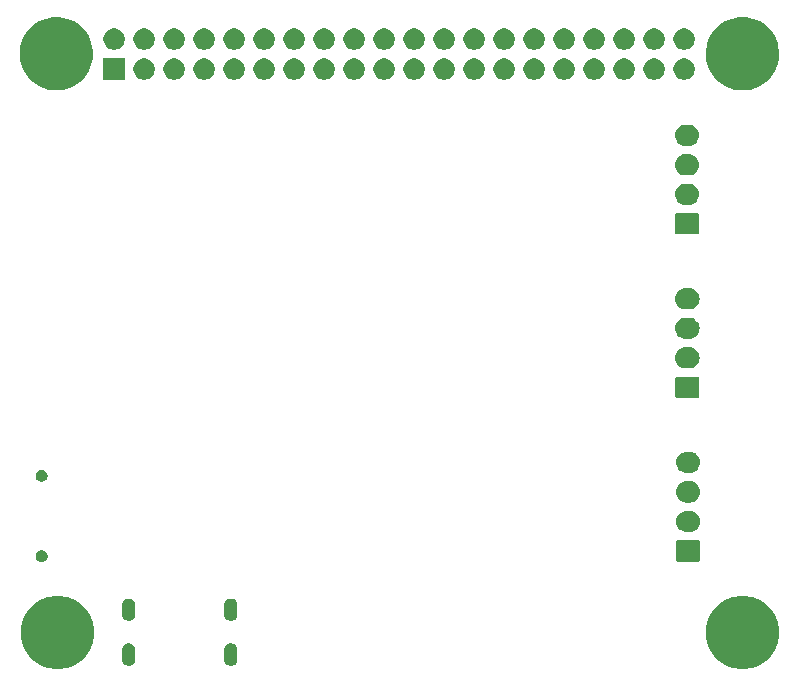
<source format=gbr>
G04 #@! TF.GenerationSoftware,KiCad,Pcbnew,(5.1.6)-1*
G04 #@! TF.CreationDate,2020-07-19T12:45:40+03:00*
G04 #@! TF.ProjectId,AstroPiMicro,41737472-6f50-4694-9d69-63726f2e6b69,1.0.8*
G04 #@! TF.SameCoordinates,Original*
G04 #@! TF.FileFunction,Soldermask,Bot*
G04 #@! TF.FilePolarity,Negative*
%FSLAX46Y46*%
G04 Gerber Fmt 4.6, Leading zero omitted, Abs format (unit mm)*
G04 Created by KiCad (PCBNEW (5.1.6)-1) date 2020-07-19 12:45:40*
%MOMM*%
%LPD*%
G01*
G04 APERTURE LIST*
%ADD10C,0.100000*%
G04 APERTURE END LIST*
D10*
G36*
X112204780Y-98459565D02*
G01*
X112504237Y-98519131D01*
X113068401Y-98752815D01*
X113576135Y-99092072D01*
X114007928Y-99523865D01*
X114347185Y-100031599D01*
X114580869Y-100595763D01*
X114700000Y-101194677D01*
X114700000Y-101805323D01*
X114580869Y-102404237D01*
X114347185Y-102968401D01*
X114007928Y-103476135D01*
X113576135Y-103907928D01*
X113068401Y-104247185D01*
X112504237Y-104480869D01*
X112204780Y-104540435D01*
X111905325Y-104600000D01*
X111294675Y-104600000D01*
X110995220Y-104540435D01*
X110695763Y-104480869D01*
X110131599Y-104247185D01*
X109623865Y-103907928D01*
X109192072Y-103476135D01*
X108852815Y-102968401D01*
X108619131Y-102404237D01*
X108500000Y-101805323D01*
X108500000Y-101194677D01*
X108619131Y-100595763D01*
X108852815Y-100031599D01*
X109192072Y-99523865D01*
X109623865Y-99092072D01*
X110131599Y-98752815D01*
X110695763Y-98519131D01*
X110995220Y-98459565D01*
X111294675Y-98400000D01*
X111905325Y-98400000D01*
X112204780Y-98459565D01*
G37*
G36*
X54204780Y-98459565D02*
G01*
X54504237Y-98519131D01*
X55068401Y-98752815D01*
X55576135Y-99092072D01*
X56007928Y-99523865D01*
X56347185Y-100031599D01*
X56580869Y-100595763D01*
X56700000Y-101194677D01*
X56700000Y-101805323D01*
X56580869Y-102404237D01*
X56347185Y-102968401D01*
X56007928Y-103476135D01*
X55576135Y-103907928D01*
X55068401Y-104247185D01*
X54504237Y-104480869D01*
X54204780Y-104540435D01*
X53905325Y-104600000D01*
X53294675Y-104600000D01*
X52995220Y-104540435D01*
X52695763Y-104480869D01*
X52131599Y-104247185D01*
X51623865Y-103907928D01*
X51192072Y-103476135D01*
X50852815Y-102968401D01*
X50619131Y-102404237D01*
X50500000Y-101805323D01*
X50500000Y-101194677D01*
X50619131Y-100595763D01*
X50852815Y-100031599D01*
X51192072Y-99523865D01*
X51623865Y-99092072D01*
X52131599Y-98752815D01*
X52695763Y-98519131D01*
X52995220Y-98459565D01*
X53294675Y-98400000D01*
X53905325Y-98400000D01*
X54204780Y-98459565D01*
G37*
G36*
X68395514Y-102424973D02*
G01*
X68499378Y-102456479D01*
X68543407Y-102480013D01*
X68595099Y-102507643D01*
X68595101Y-102507644D01*
X68595100Y-102507644D01*
X68679001Y-102576499D01*
X68747856Y-102660400D01*
X68799021Y-102756121D01*
X68830527Y-102859985D01*
X68838500Y-102940933D01*
X68838500Y-103795067D01*
X68830527Y-103876015D01*
X68799021Y-103979879D01*
X68799019Y-103979882D01*
X68747857Y-104075600D01*
X68679001Y-104159501D01*
X68595100Y-104228357D01*
X68526555Y-104264995D01*
X68499379Y-104279521D01*
X68395515Y-104311027D01*
X68287500Y-104321666D01*
X68179486Y-104311027D01*
X68075622Y-104279521D01*
X68048446Y-104264995D01*
X67979901Y-104228357D01*
X67896000Y-104159501D01*
X67827144Y-104075600D01*
X67775982Y-103979882D01*
X67775980Y-103979879D01*
X67744473Y-103876015D01*
X67736500Y-103795067D01*
X67736500Y-102940934D01*
X67744473Y-102859986D01*
X67775979Y-102756122D01*
X67827144Y-102660400D01*
X67895999Y-102576499D01*
X67979900Y-102507644D01*
X67979899Y-102507644D01*
X67979901Y-102507643D01*
X68031593Y-102480013D01*
X68075621Y-102456479D01*
X68179485Y-102424973D01*
X68287500Y-102414334D01*
X68395514Y-102424973D01*
G37*
G36*
X59755514Y-102424973D02*
G01*
X59859378Y-102456479D01*
X59903407Y-102480013D01*
X59955099Y-102507643D01*
X59955101Y-102507644D01*
X59955100Y-102507644D01*
X60039001Y-102576499D01*
X60107856Y-102660400D01*
X60159021Y-102756121D01*
X60190527Y-102859985D01*
X60198500Y-102940933D01*
X60198500Y-103795067D01*
X60190527Y-103876015D01*
X60159021Y-103979879D01*
X60159019Y-103979882D01*
X60107857Y-104075600D01*
X60039001Y-104159501D01*
X59955100Y-104228357D01*
X59886555Y-104264995D01*
X59859379Y-104279521D01*
X59755515Y-104311027D01*
X59647500Y-104321666D01*
X59539486Y-104311027D01*
X59435622Y-104279521D01*
X59408446Y-104264995D01*
X59339901Y-104228357D01*
X59256000Y-104159501D01*
X59187144Y-104075600D01*
X59135982Y-103979882D01*
X59135980Y-103979879D01*
X59104473Y-103876015D01*
X59096500Y-103795067D01*
X59096500Y-102940934D01*
X59104473Y-102859986D01*
X59135979Y-102756122D01*
X59187144Y-102660400D01*
X59255999Y-102576499D01*
X59339900Y-102507644D01*
X59339899Y-102507644D01*
X59339901Y-102507643D01*
X59391593Y-102480013D01*
X59435621Y-102456479D01*
X59539485Y-102424973D01*
X59647500Y-102414334D01*
X59755514Y-102424973D01*
G37*
G36*
X68395514Y-98624973D02*
G01*
X68499378Y-98656479D01*
X68543407Y-98680013D01*
X68595099Y-98707643D01*
X68595101Y-98707644D01*
X68595100Y-98707644D01*
X68679001Y-98776499D01*
X68747856Y-98860400D01*
X68799021Y-98956121D01*
X68830527Y-99059985D01*
X68838500Y-99140933D01*
X68838500Y-99995067D01*
X68830527Y-100076015D01*
X68799021Y-100179879D01*
X68799019Y-100179882D01*
X68747857Y-100275600D01*
X68679001Y-100359501D01*
X68595100Y-100428357D01*
X68526555Y-100464995D01*
X68499379Y-100479521D01*
X68395515Y-100511027D01*
X68287500Y-100521666D01*
X68179486Y-100511027D01*
X68075622Y-100479521D01*
X68048446Y-100464995D01*
X67979901Y-100428357D01*
X67896000Y-100359501D01*
X67827144Y-100275600D01*
X67775982Y-100179882D01*
X67775980Y-100179879D01*
X67744473Y-100076015D01*
X67736500Y-99995067D01*
X67736500Y-99140934D01*
X67744473Y-99059986D01*
X67775979Y-98956122D01*
X67827144Y-98860400D01*
X67895999Y-98776499D01*
X67979900Y-98707644D01*
X67979899Y-98707644D01*
X67979901Y-98707643D01*
X68031593Y-98680013D01*
X68075621Y-98656479D01*
X68179485Y-98624973D01*
X68287500Y-98614334D01*
X68395514Y-98624973D01*
G37*
G36*
X59755514Y-98624973D02*
G01*
X59859378Y-98656479D01*
X59903407Y-98680013D01*
X59955099Y-98707643D01*
X59955101Y-98707644D01*
X59955100Y-98707644D01*
X60039001Y-98776499D01*
X60107856Y-98860400D01*
X60159021Y-98956121D01*
X60190527Y-99059985D01*
X60198500Y-99140933D01*
X60198500Y-99995067D01*
X60190527Y-100076015D01*
X60159021Y-100179879D01*
X60159019Y-100179882D01*
X60107857Y-100275600D01*
X60039001Y-100359501D01*
X59955100Y-100428357D01*
X59886555Y-100464995D01*
X59859379Y-100479521D01*
X59755515Y-100511027D01*
X59647500Y-100521666D01*
X59539486Y-100511027D01*
X59435622Y-100479521D01*
X59408446Y-100464995D01*
X59339901Y-100428357D01*
X59256000Y-100359501D01*
X59187144Y-100275600D01*
X59135982Y-100179882D01*
X59135980Y-100179879D01*
X59104473Y-100076015D01*
X59096500Y-99995067D01*
X59096500Y-99140934D01*
X59104473Y-99059986D01*
X59135979Y-98956122D01*
X59187144Y-98860400D01*
X59255999Y-98776499D01*
X59339900Y-98707644D01*
X59339899Y-98707644D01*
X59339901Y-98707643D01*
X59391593Y-98680013D01*
X59435621Y-98656479D01*
X59539485Y-98624973D01*
X59647500Y-98614334D01*
X59755514Y-98624973D01*
G37*
G36*
X52358240Y-94539126D02*
G01*
X52406636Y-94548753D01*
X52444402Y-94564396D01*
X52497811Y-94586519D01*
X52497812Y-94586520D01*
X52579869Y-94641348D01*
X52649652Y-94711131D01*
X52649653Y-94711133D01*
X52704481Y-94793189D01*
X52742247Y-94884365D01*
X52761500Y-94981155D01*
X52761500Y-95079845D01*
X52742247Y-95176635D01*
X52704481Y-95267811D01*
X52704480Y-95267812D01*
X52649652Y-95349869D01*
X52579869Y-95419652D01*
X52574285Y-95423383D01*
X52497811Y-95474481D01*
X52467623Y-95486985D01*
X52406636Y-95512247D01*
X52358240Y-95521873D01*
X52309845Y-95531500D01*
X52211155Y-95531500D01*
X52162760Y-95521873D01*
X52114364Y-95512247D01*
X52053377Y-95486985D01*
X52023189Y-95474481D01*
X51946715Y-95423383D01*
X51941131Y-95419652D01*
X51871348Y-95349869D01*
X51816520Y-95267812D01*
X51816519Y-95267811D01*
X51778753Y-95176635D01*
X51759500Y-95079845D01*
X51759500Y-94981155D01*
X51778753Y-94884365D01*
X51816519Y-94793189D01*
X51871347Y-94711133D01*
X51871348Y-94711131D01*
X51941131Y-94641348D01*
X52023188Y-94586520D01*
X52023189Y-94586519D01*
X52076598Y-94564396D01*
X52114364Y-94548753D01*
X52162760Y-94539126D01*
X52211155Y-94529500D01*
X52309845Y-94529500D01*
X52358240Y-94539126D01*
G37*
G36*
X107883600Y-93702989D02*
G01*
X107916652Y-93713015D01*
X107947103Y-93729292D01*
X107973799Y-93751201D01*
X107995708Y-93777897D01*
X108011985Y-93808348D01*
X108022011Y-93841400D01*
X108026000Y-93881903D01*
X108026000Y-95318097D01*
X108022011Y-95358600D01*
X108011985Y-95391652D01*
X107995708Y-95422103D01*
X107973799Y-95448799D01*
X107947103Y-95470708D01*
X107916652Y-95486985D01*
X107883600Y-95497011D01*
X107843097Y-95501000D01*
X106156903Y-95501000D01*
X106116400Y-95497011D01*
X106083348Y-95486985D01*
X106052897Y-95470708D01*
X106026201Y-95448799D01*
X106004292Y-95422103D01*
X105988015Y-95391652D01*
X105977989Y-95358600D01*
X105974000Y-95318097D01*
X105974000Y-93881903D01*
X105977989Y-93841400D01*
X105988015Y-93808348D01*
X106004292Y-93777897D01*
X106026201Y-93751201D01*
X106052897Y-93729292D01*
X106083348Y-93713015D01*
X106116400Y-93702989D01*
X106156903Y-93699000D01*
X107843097Y-93699000D01*
X107883600Y-93702989D01*
G37*
G36*
X107235443Y-91205519D02*
G01*
X107301627Y-91212037D01*
X107471466Y-91263557D01*
X107627991Y-91347222D01*
X107663729Y-91376552D01*
X107765186Y-91459814D01*
X107848448Y-91561271D01*
X107877778Y-91597009D01*
X107961443Y-91753534D01*
X108012963Y-91923373D01*
X108030359Y-92100000D01*
X108012963Y-92276627D01*
X107961443Y-92446466D01*
X107877778Y-92602991D01*
X107848448Y-92638729D01*
X107765186Y-92740186D01*
X107663729Y-92823448D01*
X107627991Y-92852778D01*
X107471466Y-92936443D01*
X107301627Y-92987963D01*
X107235442Y-92994482D01*
X107169260Y-93001000D01*
X106830740Y-93001000D01*
X106764558Y-92994482D01*
X106698373Y-92987963D01*
X106528534Y-92936443D01*
X106372009Y-92852778D01*
X106336271Y-92823448D01*
X106234814Y-92740186D01*
X106151552Y-92638729D01*
X106122222Y-92602991D01*
X106038557Y-92446466D01*
X105987037Y-92276627D01*
X105969641Y-92100000D01*
X105987037Y-91923373D01*
X106038557Y-91753534D01*
X106122222Y-91597009D01*
X106151552Y-91561271D01*
X106234814Y-91459814D01*
X106336271Y-91376552D01*
X106372009Y-91347222D01*
X106528534Y-91263557D01*
X106698373Y-91212037D01*
X106764557Y-91205519D01*
X106830740Y-91199000D01*
X107169260Y-91199000D01*
X107235443Y-91205519D01*
G37*
G36*
X107235442Y-88705518D02*
G01*
X107301627Y-88712037D01*
X107471466Y-88763557D01*
X107627991Y-88847222D01*
X107663729Y-88876552D01*
X107765186Y-88959814D01*
X107848448Y-89061271D01*
X107877778Y-89097009D01*
X107961443Y-89253534D01*
X108012963Y-89423373D01*
X108030359Y-89600000D01*
X108012963Y-89776627D01*
X107961443Y-89946466D01*
X107877778Y-90102991D01*
X107848448Y-90138729D01*
X107765186Y-90240186D01*
X107663729Y-90323448D01*
X107627991Y-90352778D01*
X107471466Y-90436443D01*
X107301627Y-90487963D01*
X107235442Y-90494482D01*
X107169260Y-90501000D01*
X106830740Y-90501000D01*
X106764558Y-90494482D01*
X106698373Y-90487963D01*
X106528534Y-90436443D01*
X106372009Y-90352778D01*
X106336271Y-90323448D01*
X106234814Y-90240186D01*
X106151552Y-90138729D01*
X106122222Y-90102991D01*
X106038557Y-89946466D01*
X105987037Y-89776627D01*
X105969641Y-89600000D01*
X105987037Y-89423373D01*
X106038557Y-89253534D01*
X106122222Y-89097009D01*
X106151552Y-89061271D01*
X106234814Y-88959814D01*
X106336271Y-88876552D01*
X106372009Y-88847222D01*
X106528534Y-88763557D01*
X106698373Y-88712037D01*
X106764558Y-88705518D01*
X106830740Y-88699000D01*
X107169260Y-88699000D01*
X107235442Y-88705518D01*
G37*
G36*
X52358240Y-87739126D02*
G01*
X52406636Y-87748753D01*
X52444402Y-87764396D01*
X52497811Y-87786519D01*
X52497812Y-87786520D01*
X52579869Y-87841348D01*
X52649652Y-87911131D01*
X52649653Y-87911133D01*
X52704481Y-87993189D01*
X52742247Y-88084365D01*
X52761500Y-88181155D01*
X52761500Y-88279845D01*
X52742247Y-88376635D01*
X52704481Y-88467811D01*
X52704480Y-88467812D01*
X52649652Y-88549869D01*
X52579869Y-88619652D01*
X52538562Y-88647252D01*
X52497811Y-88674481D01*
X52444402Y-88696604D01*
X52406636Y-88712247D01*
X52358240Y-88721874D01*
X52309845Y-88731500D01*
X52211155Y-88731500D01*
X52162760Y-88721874D01*
X52114364Y-88712247D01*
X52076598Y-88696604D01*
X52023189Y-88674481D01*
X51982438Y-88647252D01*
X51941131Y-88619652D01*
X51871348Y-88549869D01*
X51816520Y-88467812D01*
X51816519Y-88467811D01*
X51778753Y-88376635D01*
X51759500Y-88279845D01*
X51759500Y-88181155D01*
X51778753Y-88084365D01*
X51816519Y-87993189D01*
X51871347Y-87911133D01*
X51871348Y-87911131D01*
X51941131Y-87841348D01*
X52023188Y-87786520D01*
X52023189Y-87786519D01*
X52076598Y-87764396D01*
X52114364Y-87748753D01*
X52162760Y-87739126D01*
X52211155Y-87729500D01*
X52309845Y-87729500D01*
X52358240Y-87739126D01*
G37*
G36*
X107235443Y-86205519D02*
G01*
X107301627Y-86212037D01*
X107471466Y-86263557D01*
X107627991Y-86347222D01*
X107663729Y-86376552D01*
X107765186Y-86459814D01*
X107848448Y-86561271D01*
X107877778Y-86597009D01*
X107961443Y-86753534D01*
X108012963Y-86923373D01*
X108030359Y-87100000D01*
X108012963Y-87276627D01*
X107961443Y-87446466D01*
X107877778Y-87602991D01*
X107848448Y-87638729D01*
X107765186Y-87740186D01*
X107663729Y-87823448D01*
X107627991Y-87852778D01*
X107471466Y-87936443D01*
X107301627Y-87987963D01*
X107235442Y-87994482D01*
X107169260Y-88001000D01*
X106830740Y-88001000D01*
X106764558Y-87994482D01*
X106698373Y-87987963D01*
X106528534Y-87936443D01*
X106372009Y-87852778D01*
X106336271Y-87823448D01*
X106234814Y-87740186D01*
X106151552Y-87638729D01*
X106122222Y-87602991D01*
X106038557Y-87446466D01*
X105987037Y-87276627D01*
X105969641Y-87100000D01*
X105987037Y-86923373D01*
X106038557Y-86753534D01*
X106122222Y-86597009D01*
X106151552Y-86561271D01*
X106234814Y-86459814D01*
X106336271Y-86376552D01*
X106372009Y-86347222D01*
X106528534Y-86263557D01*
X106698373Y-86212037D01*
X106764557Y-86205519D01*
X106830740Y-86199000D01*
X107169260Y-86199000D01*
X107235443Y-86205519D01*
G37*
G36*
X107817600Y-79839989D02*
G01*
X107850652Y-79850015D01*
X107881103Y-79866292D01*
X107907799Y-79888201D01*
X107929708Y-79914897D01*
X107945985Y-79945348D01*
X107956011Y-79978400D01*
X107960000Y-80018903D01*
X107960000Y-81455097D01*
X107956011Y-81495600D01*
X107945985Y-81528652D01*
X107929708Y-81559103D01*
X107907799Y-81585799D01*
X107881103Y-81607708D01*
X107850652Y-81623985D01*
X107817600Y-81634011D01*
X107777097Y-81638000D01*
X106090903Y-81638000D01*
X106050400Y-81634011D01*
X106017348Y-81623985D01*
X105986897Y-81607708D01*
X105960201Y-81585799D01*
X105938292Y-81559103D01*
X105922015Y-81528652D01*
X105911989Y-81495600D01*
X105908000Y-81455097D01*
X105908000Y-80018903D01*
X105911989Y-79978400D01*
X105922015Y-79945348D01*
X105938292Y-79914897D01*
X105960201Y-79888201D01*
X105986897Y-79866292D01*
X106017348Y-79850015D01*
X106050400Y-79839989D01*
X106090903Y-79836000D01*
X107777097Y-79836000D01*
X107817600Y-79839989D01*
G37*
G36*
X107169443Y-77342519D02*
G01*
X107235627Y-77349037D01*
X107405466Y-77400557D01*
X107561991Y-77484222D01*
X107597729Y-77513552D01*
X107699186Y-77596814D01*
X107782448Y-77698271D01*
X107811778Y-77734009D01*
X107895443Y-77890534D01*
X107946963Y-78060373D01*
X107964359Y-78237000D01*
X107946963Y-78413627D01*
X107895443Y-78583466D01*
X107811778Y-78739991D01*
X107782448Y-78775729D01*
X107699186Y-78877186D01*
X107597729Y-78960448D01*
X107561991Y-78989778D01*
X107405466Y-79073443D01*
X107235627Y-79124963D01*
X107169443Y-79131481D01*
X107103260Y-79138000D01*
X106764740Y-79138000D01*
X106698557Y-79131481D01*
X106632373Y-79124963D01*
X106462534Y-79073443D01*
X106306009Y-78989778D01*
X106270271Y-78960448D01*
X106168814Y-78877186D01*
X106085552Y-78775729D01*
X106056222Y-78739991D01*
X105972557Y-78583466D01*
X105921037Y-78413627D01*
X105903641Y-78237000D01*
X105921037Y-78060373D01*
X105972557Y-77890534D01*
X106056222Y-77734009D01*
X106085552Y-77698271D01*
X106168814Y-77596814D01*
X106270271Y-77513552D01*
X106306009Y-77484222D01*
X106462534Y-77400557D01*
X106632373Y-77349037D01*
X106698557Y-77342519D01*
X106764740Y-77336000D01*
X107103260Y-77336000D01*
X107169443Y-77342519D01*
G37*
G36*
X107169443Y-74842519D02*
G01*
X107235627Y-74849037D01*
X107405466Y-74900557D01*
X107561991Y-74984222D01*
X107597729Y-75013552D01*
X107699186Y-75096814D01*
X107782448Y-75198271D01*
X107811778Y-75234009D01*
X107895443Y-75390534D01*
X107946963Y-75560373D01*
X107964359Y-75737000D01*
X107946963Y-75913627D01*
X107895443Y-76083466D01*
X107811778Y-76239991D01*
X107782448Y-76275729D01*
X107699186Y-76377186D01*
X107597729Y-76460448D01*
X107561991Y-76489778D01*
X107405466Y-76573443D01*
X107235627Y-76624963D01*
X107169442Y-76631482D01*
X107103260Y-76638000D01*
X106764740Y-76638000D01*
X106698558Y-76631482D01*
X106632373Y-76624963D01*
X106462534Y-76573443D01*
X106306009Y-76489778D01*
X106270271Y-76460448D01*
X106168814Y-76377186D01*
X106085552Y-76275729D01*
X106056222Y-76239991D01*
X105972557Y-76083466D01*
X105921037Y-75913627D01*
X105903641Y-75737000D01*
X105921037Y-75560373D01*
X105972557Y-75390534D01*
X106056222Y-75234009D01*
X106085552Y-75198271D01*
X106168814Y-75096814D01*
X106270271Y-75013552D01*
X106306009Y-74984222D01*
X106462534Y-74900557D01*
X106632373Y-74849037D01*
X106698557Y-74842519D01*
X106764740Y-74836000D01*
X107103260Y-74836000D01*
X107169443Y-74842519D01*
G37*
G36*
X107169443Y-72342519D02*
G01*
X107235627Y-72349037D01*
X107405466Y-72400557D01*
X107561991Y-72484222D01*
X107597729Y-72513552D01*
X107699186Y-72596814D01*
X107782448Y-72698271D01*
X107811778Y-72734009D01*
X107895443Y-72890534D01*
X107946963Y-73060373D01*
X107964359Y-73237000D01*
X107946963Y-73413627D01*
X107895443Y-73583466D01*
X107811778Y-73739991D01*
X107782448Y-73775729D01*
X107699186Y-73877186D01*
X107597729Y-73960448D01*
X107561991Y-73989778D01*
X107405466Y-74073443D01*
X107235627Y-74124963D01*
X107169442Y-74131482D01*
X107103260Y-74138000D01*
X106764740Y-74138000D01*
X106698558Y-74131482D01*
X106632373Y-74124963D01*
X106462534Y-74073443D01*
X106306009Y-73989778D01*
X106270271Y-73960448D01*
X106168814Y-73877186D01*
X106085552Y-73775729D01*
X106056222Y-73739991D01*
X105972557Y-73583466D01*
X105921037Y-73413627D01*
X105903641Y-73237000D01*
X105921037Y-73060373D01*
X105972557Y-72890534D01*
X106056222Y-72734009D01*
X106085552Y-72698271D01*
X106168814Y-72596814D01*
X106270271Y-72513552D01*
X106306009Y-72484222D01*
X106462534Y-72400557D01*
X106632373Y-72349037D01*
X106698557Y-72342519D01*
X106764740Y-72336000D01*
X107103260Y-72336000D01*
X107169443Y-72342519D01*
G37*
G36*
X107783600Y-66002989D02*
G01*
X107816652Y-66013015D01*
X107847103Y-66029292D01*
X107873799Y-66051201D01*
X107895708Y-66077897D01*
X107911985Y-66108348D01*
X107922011Y-66141400D01*
X107926000Y-66181903D01*
X107926000Y-67618097D01*
X107922011Y-67658600D01*
X107911985Y-67691652D01*
X107895708Y-67722103D01*
X107873799Y-67748799D01*
X107847103Y-67770708D01*
X107816652Y-67786985D01*
X107783600Y-67797011D01*
X107743097Y-67801000D01*
X106056903Y-67801000D01*
X106016400Y-67797011D01*
X105983348Y-67786985D01*
X105952897Y-67770708D01*
X105926201Y-67748799D01*
X105904292Y-67722103D01*
X105888015Y-67691652D01*
X105877989Y-67658600D01*
X105874000Y-67618097D01*
X105874000Y-66181903D01*
X105877989Y-66141400D01*
X105888015Y-66108348D01*
X105904292Y-66077897D01*
X105926201Y-66051201D01*
X105952897Y-66029292D01*
X105983348Y-66013015D01*
X106016400Y-66002989D01*
X106056903Y-65999000D01*
X107743097Y-65999000D01*
X107783600Y-66002989D01*
G37*
G36*
X107135443Y-63505519D02*
G01*
X107201627Y-63512037D01*
X107371466Y-63563557D01*
X107527991Y-63647222D01*
X107563729Y-63676552D01*
X107665186Y-63759814D01*
X107748448Y-63861271D01*
X107777778Y-63897009D01*
X107861443Y-64053534D01*
X107912963Y-64223373D01*
X107930359Y-64400000D01*
X107912963Y-64576627D01*
X107861443Y-64746466D01*
X107777778Y-64902991D01*
X107748448Y-64938729D01*
X107665186Y-65040186D01*
X107563729Y-65123448D01*
X107527991Y-65152778D01*
X107371466Y-65236443D01*
X107201627Y-65287963D01*
X107135443Y-65294481D01*
X107069260Y-65301000D01*
X106730740Y-65301000D01*
X106664557Y-65294481D01*
X106598373Y-65287963D01*
X106428534Y-65236443D01*
X106272009Y-65152778D01*
X106236271Y-65123448D01*
X106134814Y-65040186D01*
X106051552Y-64938729D01*
X106022222Y-64902991D01*
X105938557Y-64746466D01*
X105887037Y-64576627D01*
X105869641Y-64400000D01*
X105887037Y-64223373D01*
X105938557Y-64053534D01*
X106022222Y-63897009D01*
X106051552Y-63861271D01*
X106134814Y-63759814D01*
X106236271Y-63676552D01*
X106272009Y-63647222D01*
X106428534Y-63563557D01*
X106598373Y-63512037D01*
X106664557Y-63505519D01*
X106730740Y-63499000D01*
X107069260Y-63499000D01*
X107135443Y-63505519D01*
G37*
G36*
X107135443Y-61005519D02*
G01*
X107201627Y-61012037D01*
X107371466Y-61063557D01*
X107527991Y-61147222D01*
X107563729Y-61176552D01*
X107665186Y-61259814D01*
X107748448Y-61361271D01*
X107777778Y-61397009D01*
X107861443Y-61553534D01*
X107912963Y-61723373D01*
X107930359Y-61900000D01*
X107912963Y-62076627D01*
X107861443Y-62246466D01*
X107777778Y-62402991D01*
X107748448Y-62438729D01*
X107665186Y-62540186D01*
X107563729Y-62623448D01*
X107527991Y-62652778D01*
X107371466Y-62736443D01*
X107201627Y-62787963D01*
X107135442Y-62794482D01*
X107069260Y-62801000D01*
X106730740Y-62801000D01*
X106664558Y-62794482D01*
X106598373Y-62787963D01*
X106428534Y-62736443D01*
X106272009Y-62652778D01*
X106236271Y-62623448D01*
X106134814Y-62540186D01*
X106051552Y-62438729D01*
X106022222Y-62402991D01*
X105938557Y-62246466D01*
X105887037Y-62076627D01*
X105869641Y-61900000D01*
X105887037Y-61723373D01*
X105938557Y-61553534D01*
X106022222Y-61397009D01*
X106051552Y-61361271D01*
X106134814Y-61259814D01*
X106236271Y-61176552D01*
X106272009Y-61147222D01*
X106428534Y-61063557D01*
X106598373Y-61012037D01*
X106664557Y-61005519D01*
X106730740Y-60999000D01*
X107069260Y-60999000D01*
X107135443Y-61005519D01*
G37*
G36*
X107135443Y-58505519D02*
G01*
X107201627Y-58512037D01*
X107371466Y-58563557D01*
X107527991Y-58647222D01*
X107563729Y-58676552D01*
X107665186Y-58759814D01*
X107748448Y-58861271D01*
X107777778Y-58897009D01*
X107861443Y-59053534D01*
X107912963Y-59223373D01*
X107930359Y-59400000D01*
X107912963Y-59576627D01*
X107861443Y-59746466D01*
X107777778Y-59902991D01*
X107748448Y-59938729D01*
X107665186Y-60040186D01*
X107563729Y-60123448D01*
X107527991Y-60152778D01*
X107371466Y-60236443D01*
X107201627Y-60287963D01*
X107135442Y-60294482D01*
X107069260Y-60301000D01*
X106730740Y-60301000D01*
X106664558Y-60294482D01*
X106598373Y-60287963D01*
X106428534Y-60236443D01*
X106272009Y-60152778D01*
X106236271Y-60123448D01*
X106134814Y-60040186D01*
X106051552Y-59938729D01*
X106022222Y-59902991D01*
X105938557Y-59746466D01*
X105887037Y-59576627D01*
X105869641Y-59400000D01*
X105887037Y-59223373D01*
X105938557Y-59053534D01*
X106022222Y-58897009D01*
X106051552Y-58861271D01*
X106134814Y-58759814D01*
X106236271Y-58676552D01*
X106272009Y-58647222D01*
X106428534Y-58563557D01*
X106598373Y-58512037D01*
X106664557Y-58505519D01*
X106730740Y-58499000D01*
X107069260Y-58499000D01*
X107135443Y-58505519D01*
G37*
G36*
X54104780Y-49459566D02*
G01*
X54404237Y-49519131D01*
X54968401Y-49752815D01*
X55476135Y-50092072D01*
X55907928Y-50523865D01*
X56247185Y-51031599D01*
X56480869Y-51595763D01*
X56540435Y-51895220D01*
X56600000Y-52194675D01*
X56600000Y-52805325D01*
X56574479Y-52933625D01*
X56480869Y-53404237D01*
X56247185Y-53968401D01*
X55907928Y-54476135D01*
X55476135Y-54907928D01*
X54968401Y-55247185D01*
X54404237Y-55480869D01*
X54104780Y-55540434D01*
X53805325Y-55600000D01*
X53194675Y-55600000D01*
X52895220Y-55540434D01*
X52595763Y-55480869D01*
X52031599Y-55247185D01*
X51523865Y-54907928D01*
X51092072Y-54476135D01*
X50752815Y-53968401D01*
X50519131Y-53404237D01*
X50425521Y-52933625D01*
X50400000Y-52805325D01*
X50400000Y-52194675D01*
X50459565Y-51895220D01*
X50519131Y-51595763D01*
X50752815Y-51031599D01*
X51092072Y-50523865D01*
X51523865Y-50092072D01*
X52031599Y-49752815D01*
X52595763Y-49519131D01*
X52895220Y-49459566D01*
X53194675Y-49400000D01*
X53805325Y-49400000D01*
X54104780Y-49459566D01*
G37*
G36*
X112204780Y-49459566D02*
G01*
X112504237Y-49519131D01*
X113068401Y-49752815D01*
X113576135Y-50092072D01*
X114007928Y-50523865D01*
X114347185Y-51031599D01*
X114580869Y-51595763D01*
X114640434Y-51895220D01*
X114700000Y-52194675D01*
X114700000Y-52805325D01*
X114674479Y-52933625D01*
X114580869Y-53404237D01*
X114347185Y-53968401D01*
X114007928Y-54476135D01*
X113576135Y-54907928D01*
X113068401Y-55247185D01*
X112504237Y-55480869D01*
X112204780Y-55540434D01*
X111905325Y-55600000D01*
X111294675Y-55600000D01*
X110995220Y-55540434D01*
X110695763Y-55480869D01*
X110131599Y-55247185D01*
X109623865Y-54907928D01*
X109192072Y-54476135D01*
X108852815Y-53968401D01*
X108619131Y-53404237D01*
X108525521Y-52933625D01*
X108500000Y-52805325D01*
X108500000Y-52194675D01*
X108559566Y-51895220D01*
X108619131Y-51595763D01*
X108852815Y-51031599D01*
X109192072Y-50523865D01*
X109623865Y-50092072D01*
X110131599Y-49752815D01*
X110695763Y-49519131D01*
X110995220Y-49459566D01*
X111294675Y-49400000D01*
X111905325Y-49400000D01*
X112204780Y-49459566D01*
G37*
G36*
X101693512Y-52903927D02*
G01*
X101842812Y-52933624D01*
X102006784Y-53001544D01*
X102154354Y-53100147D01*
X102279853Y-53225646D01*
X102378456Y-53373216D01*
X102446376Y-53537188D01*
X102481000Y-53711259D01*
X102481000Y-53888741D01*
X102446376Y-54062812D01*
X102378456Y-54226784D01*
X102279853Y-54374354D01*
X102154354Y-54499853D01*
X102006784Y-54598456D01*
X101842812Y-54666376D01*
X101693512Y-54696073D01*
X101668742Y-54701000D01*
X101491258Y-54701000D01*
X101466488Y-54696073D01*
X101317188Y-54666376D01*
X101153216Y-54598456D01*
X101005646Y-54499853D01*
X100880147Y-54374354D01*
X100781544Y-54226784D01*
X100713624Y-54062812D01*
X100679000Y-53888741D01*
X100679000Y-53711259D01*
X100713624Y-53537188D01*
X100781544Y-53373216D01*
X100880147Y-53225646D01*
X101005646Y-53100147D01*
X101153216Y-53001544D01*
X101317188Y-52933624D01*
X101466488Y-52903927D01*
X101491258Y-52899000D01*
X101668742Y-52899000D01*
X101693512Y-52903927D01*
G37*
G36*
X99153512Y-52903927D02*
G01*
X99302812Y-52933624D01*
X99466784Y-53001544D01*
X99614354Y-53100147D01*
X99739853Y-53225646D01*
X99838456Y-53373216D01*
X99906376Y-53537188D01*
X99941000Y-53711259D01*
X99941000Y-53888741D01*
X99906376Y-54062812D01*
X99838456Y-54226784D01*
X99739853Y-54374354D01*
X99614354Y-54499853D01*
X99466784Y-54598456D01*
X99302812Y-54666376D01*
X99153512Y-54696073D01*
X99128742Y-54701000D01*
X98951258Y-54701000D01*
X98926488Y-54696073D01*
X98777188Y-54666376D01*
X98613216Y-54598456D01*
X98465646Y-54499853D01*
X98340147Y-54374354D01*
X98241544Y-54226784D01*
X98173624Y-54062812D01*
X98139000Y-53888741D01*
X98139000Y-53711259D01*
X98173624Y-53537188D01*
X98241544Y-53373216D01*
X98340147Y-53225646D01*
X98465646Y-53100147D01*
X98613216Y-53001544D01*
X98777188Y-52933624D01*
X98926488Y-52903927D01*
X98951258Y-52899000D01*
X99128742Y-52899000D01*
X99153512Y-52903927D01*
G37*
G36*
X94073512Y-52903927D02*
G01*
X94222812Y-52933624D01*
X94386784Y-53001544D01*
X94534354Y-53100147D01*
X94659853Y-53225646D01*
X94758456Y-53373216D01*
X94826376Y-53537188D01*
X94861000Y-53711259D01*
X94861000Y-53888741D01*
X94826376Y-54062812D01*
X94758456Y-54226784D01*
X94659853Y-54374354D01*
X94534354Y-54499853D01*
X94386784Y-54598456D01*
X94222812Y-54666376D01*
X94073512Y-54696073D01*
X94048742Y-54701000D01*
X93871258Y-54701000D01*
X93846488Y-54696073D01*
X93697188Y-54666376D01*
X93533216Y-54598456D01*
X93385646Y-54499853D01*
X93260147Y-54374354D01*
X93161544Y-54226784D01*
X93093624Y-54062812D01*
X93059000Y-53888741D01*
X93059000Y-53711259D01*
X93093624Y-53537188D01*
X93161544Y-53373216D01*
X93260147Y-53225646D01*
X93385646Y-53100147D01*
X93533216Y-53001544D01*
X93697188Y-52933624D01*
X93846488Y-52903927D01*
X93871258Y-52899000D01*
X94048742Y-52899000D01*
X94073512Y-52903927D01*
G37*
G36*
X91533512Y-52903927D02*
G01*
X91682812Y-52933624D01*
X91846784Y-53001544D01*
X91994354Y-53100147D01*
X92119853Y-53225646D01*
X92218456Y-53373216D01*
X92286376Y-53537188D01*
X92321000Y-53711259D01*
X92321000Y-53888741D01*
X92286376Y-54062812D01*
X92218456Y-54226784D01*
X92119853Y-54374354D01*
X91994354Y-54499853D01*
X91846784Y-54598456D01*
X91682812Y-54666376D01*
X91533512Y-54696073D01*
X91508742Y-54701000D01*
X91331258Y-54701000D01*
X91306488Y-54696073D01*
X91157188Y-54666376D01*
X90993216Y-54598456D01*
X90845646Y-54499853D01*
X90720147Y-54374354D01*
X90621544Y-54226784D01*
X90553624Y-54062812D01*
X90519000Y-53888741D01*
X90519000Y-53711259D01*
X90553624Y-53537188D01*
X90621544Y-53373216D01*
X90720147Y-53225646D01*
X90845646Y-53100147D01*
X90993216Y-53001544D01*
X91157188Y-52933624D01*
X91306488Y-52903927D01*
X91331258Y-52899000D01*
X91508742Y-52899000D01*
X91533512Y-52903927D01*
G37*
G36*
X88993512Y-52903927D02*
G01*
X89142812Y-52933624D01*
X89306784Y-53001544D01*
X89454354Y-53100147D01*
X89579853Y-53225646D01*
X89678456Y-53373216D01*
X89746376Y-53537188D01*
X89781000Y-53711259D01*
X89781000Y-53888741D01*
X89746376Y-54062812D01*
X89678456Y-54226784D01*
X89579853Y-54374354D01*
X89454354Y-54499853D01*
X89306784Y-54598456D01*
X89142812Y-54666376D01*
X88993512Y-54696073D01*
X88968742Y-54701000D01*
X88791258Y-54701000D01*
X88766488Y-54696073D01*
X88617188Y-54666376D01*
X88453216Y-54598456D01*
X88305646Y-54499853D01*
X88180147Y-54374354D01*
X88081544Y-54226784D01*
X88013624Y-54062812D01*
X87979000Y-53888741D01*
X87979000Y-53711259D01*
X88013624Y-53537188D01*
X88081544Y-53373216D01*
X88180147Y-53225646D01*
X88305646Y-53100147D01*
X88453216Y-53001544D01*
X88617188Y-52933624D01*
X88766488Y-52903927D01*
X88791258Y-52899000D01*
X88968742Y-52899000D01*
X88993512Y-52903927D01*
G37*
G36*
X86453512Y-52903927D02*
G01*
X86602812Y-52933624D01*
X86766784Y-53001544D01*
X86914354Y-53100147D01*
X87039853Y-53225646D01*
X87138456Y-53373216D01*
X87206376Y-53537188D01*
X87241000Y-53711259D01*
X87241000Y-53888741D01*
X87206376Y-54062812D01*
X87138456Y-54226784D01*
X87039853Y-54374354D01*
X86914354Y-54499853D01*
X86766784Y-54598456D01*
X86602812Y-54666376D01*
X86453512Y-54696073D01*
X86428742Y-54701000D01*
X86251258Y-54701000D01*
X86226488Y-54696073D01*
X86077188Y-54666376D01*
X85913216Y-54598456D01*
X85765646Y-54499853D01*
X85640147Y-54374354D01*
X85541544Y-54226784D01*
X85473624Y-54062812D01*
X85439000Y-53888741D01*
X85439000Y-53711259D01*
X85473624Y-53537188D01*
X85541544Y-53373216D01*
X85640147Y-53225646D01*
X85765646Y-53100147D01*
X85913216Y-53001544D01*
X86077188Y-52933624D01*
X86226488Y-52903927D01*
X86251258Y-52899000D01*
X86428742Y-52899000D01*
X86453512Y-52903927D01*
G37*
G36*
X83913512Y-52903927D02*
G01*
X84062812Y-52933624D01*
X84226784Y-53001544D01*
X84374354Y-53100147D01*
X84499853Y-53225646D01*
X84598456Y-53373216D01*
X84666376Y-53537188D01*
X84701000Y-53711259D01*
X84701000Y-53888741D01*
X84666376Y-54062812D01*
X84598456Y-54226784D01*
X84499853Y-54374354D01*
X84374354Y-54499853D01*
X84226784Y-54598456D01*
X84062812Y-54666376D01*
X83913512Y-54696073D01*
X83888742Y-54701000D01*
X83711258Y-54701000D01*
X83686488Y-54696073D01*
X83537188Y-54666376D01*
X83373216Y-54598456D01*
X83225646Y-54499853D01*
X83100147Y-54374354D01*
X83001544Y-54226784D01*
X82933624Y-54062812D01*
X82899000Y-53888741D01*
X82899000Y-53711259D01*
X82933624Y-53537188D01*
X83001544Y-53373216D01*
X83100147Y-53225646D01*
X83225646Y-53100147D01*
X83373216Y-53001544D01*
X83537188Y-52933624D01*
X83686488Y-52903927D01*
X83711258Y-52899000D01*
X83888742Y-52899000D01*
X83913512Y-52903927D01*
G37*
G36*
X59301000Y-54701000D02*
G01*
X57499000Y-54701000D01*
X57499000Y-52899000D01*
X59301000Y-52899000D01*
X59301000Y-54701000D01*
G37*
G36*
X78833512Y-52903927D02*
G01*
X78982812Y-52933624D01*
X79146784Y-53001544D01*
X79294354Y-53100147D01*
X79419853Y-53225646D01*
X79518456Y-53373216D01*
X79586376Y-53537188D01*
X79621000Y-53711259D01*
X79621000Y-53888741D01*
X79586376Y-54062812D01*
X79518456Y-54226784D01*
X79419853Y-54374354D01*
X79294354Y-54499853D01*
X79146784Y-54598456D01*
X78982812Y-54666376D01*
X78833512Y-54696073D01*
X78808742Y-54701000D01*
X78631258Y-54701000D01*
X78606488Y-54696073D01*
X78457188Y-54666376D01*
X78293216Y-54598456D01*
X78145646Y-54499853D01*
X78020147Y-54374354D01*
X77921544Y-54226784D01*
X77853624Y-54062812D01*
X77819000Y-53888741D01*
X77819000Y-53711259D01*
X77853624Y-53537188D01*
X77921544Y-53373216D01*
X78020147Y-53225646D01*
X78145646Y-53100147D01*
X78293216Y-53001544D01*
X78457188Y-52933624D01*
X78606488Y-52903927D01*
X78631258Y-52899000D01*
X78808742Y-52899000D01*
X78833512Y-52903927D01*
G37*
G36*
X73753512Y-52903927D02*
G01*
X73902812Y-52933624D01*
X74066784Y-53001544D01*
X74214354Y-53100147D01*
X74339853Y-53225646D01*
X74438456Y-53373216D01*
X74506376Y-53537188D01*
X74541000Y-53711259D01*
X74541000Y-53888741D01*
X74506376Y-54062812D01*
X74438456Y-54226784D01*
X74339853Y-54374354D01*
X74214354Y-54499853D01*
X74066784Y-54598456D01*
X73902812Y-54666376D01*
X73753512Y-54696073D01*
X73728742Y-54701000D01*
X73551258Y-54701000D01*
X73526488Y-54696073D01*
X73377188Y-54666376D01*
X73213216Y-54598456D01*
X73065646Y-54499853D01*
X72940147Y-54374354D01*
X72841544Y-54226784D01*
X72773624Y-54062812D01*
X72739000Y-53888741D01*
X72739000Y-53711259D01*
X72773624Y-53537188D01*
X72841544Y-53373216D01*
X72940147Y-53225646D01*
X73065646Y-53100147D01*
X73213216Y-53001544D01*
X73377188Y-52933624D01*
X73526488Y-52903927D01*
X73551258Y-52899000D01*
X73728742Y-52899000D01*
X73753512Y-52903927D01*
G37*
G36*
X71213512Y-52903927D02*
G01*
X71362812Y-52933624D01*
X71526784Y-53001544D01*
X71674354Y-53100147D01*
X71799853Y-53225646D01*
X71898456Y-53373216D01*
X71966376Y-53537188D01*
X72001000Y-53711259D01*
X72001000Y-53888741D01*
X71966376Y-54062812D01*
X71898456Y-54226784D01*
X71799853Y-54374354D01*
X71674354Y-54499853D01*
X71526784Y-54598456D01*
X71362812Y-54666376D01*
X71213512Y-54696073D01*
X71188742Y-54701000D01*
X71011258Y-54701000D01*
X70986488Y-54696073D01*
X70837188Y-54666376D01*
X70673216Y-54598456D01*
X70525646Y-54499853D01*
X70400147Y-54374354D01*
X70301544Y-54226784D01*
X70233624Y-54062812D01*
X70199000Y-53888741D01*
X70199000Y-53711259D01*
X70233624Y-53537188D01*
X70301544Y-53373216D01*
X70400147Y-53225646D01*
X70525646Y-53100147D01*
X70673216Y-53001544D01*
X70837188Y-52933624D01*
X70986488Y-52903927D01*
X71011258Y-52899000D01*
X71188742Y-52899000D01*
X71213512Y-52903927D01*
G37*
G36*
X76293512Y-52903927D02*
G01*
X76442812Y-52933624D01*
X76606784Y-53001544D01*
X76754354Y-53100147D01*
X76879853Y-53225646D01*
X76978456Y-53373216D01*
X77046376Y-53537188D01*
X77081000Y-53711259D01*
X77081000Y-53888741D01*
X77046376Y-54062812D01*
X76978456Y-54226784D01*
X76879853Y-54374354D01*
X76754354Y-54499853D01*
X76606784Y-54598456D01*
X76442812Y-54666376D01*
X76293512Y-54696073D01*
X76268742Y-54701000D01*
X76091258Y-54701000D01*
X76066488Y-54696073D01*
X75917188Y-54666376D01*
X75753216Y-54598456D01*
X75605646Y-54499853D01*
X75480147Y-54374354D01*
X75381544Y-54226784D01*
X75313624Y-54062812D01*
X75279000Y-53888741D01*
X75279000Y-53711259D01*
X75313624Y-53537188D01*
X75381544Y-53373216D01*
X75480147Y-53225646D01*
X75605646Y-53100147D01*
X75753216Y-53001544D01*
X75917188Y-52933624D01*
X76066488Y-52903927D01*
X76091258Y-52899000D01*
X76268742Y-52899000D01*
X76293512Y-52903927D01*
G37*
G36*
X104233512Y-52903927D02*
G01*
X104382812Y-52933624D01*
X104546784Y-53001544D01*
X104694354Y-53100147D01*
X104819853Y-53225646D01*
X104918456Y-53373216D01*
X104986376Y-53537188D01*
X105021000Y-53711259D01*
X105021000Y-53888741D01*
X104986376Y-54062812D01*
X104918456Y-54226784D01*
X104819853Y-54374354D01*
X104694354Y-54499853D01*
X104546784Y-54598456D01*
X104382812Y-54666376D01*
X104233512Y-54696073D01*
X104208742Y-54701000D01*
X104031258Y-54701000D01*
X104006488Y-54696073D01*
X103857188Y-54666376D01*
X103693216Y-54598456D01*
X103545646Y-54499853D01*
X103420147Y-54374354D01*
X103321544Y-54226784D01*
X103253624Y-54062812D01*
X103219000Y-53888741D01*
X103219000Y-53711259D01*
X103253624Y-53537188D01*
X103321544Y-53373216D01*
X103420147Y-53225646D01*
X103545646Y-53100147D01*
X103693216Y-53001544D01*
X103857188Y-52933624D01*
X104006488Y-52903927D01*
X104031258Y-52899000D01*
X104208742Y-52899000D01*
X104233512Y-52903927D01*
G37*
G36*
X106773512Y-52903927D02*
G01*
X106922812Y-52933624D01*
X107086784Y-53001544D01*
X107234354Y-53100147D01*
X107359853Y-53225646D01*
X107458456Y-53373216D01*
X107526376Y-53537188D01*
X107561000Y-53711259D01*
X107561000Y-53888741D01*
X107526376Y-54062812D01*
X107458456Y-54226784D01*
X107359853Y-54374354D01*
X107234354Y-54499853D01*
X107086784Y-54598456D01*
X106922812Y-54666376D01*
X106773512Y-54696073D01*
X106748742Y-54701000D01*
X106571258Y-54701000D01*
X106546488Y-54696073D01*
X106397188Y-54666376D01*
X106233216Y-54598456D01*
X106085646Y-54499853D01*
X105960147Y-54374354D01*
X105861544Y-54226784D01*
X105793624Y-54062812D01*
X105759000Y-53888741D01*
X105759000Y-53711259D01*
X105793624Y-53537188D01*
X105861544Y-53373216D01*
X105960147Y-53225646D01*
X106085646Y-53100147D01*
X106233216Y-53001544D01*
X106397188Y-52933624D01*
X106546488Y-52903927D01*
X106571258Y-52899000D01*
X106748742Y-52899000D01*
X106773512Y-52903927D01*
G37*
G36*
X81373512Y-52903927D02*
G01*
X81522812Y-52933624D01*
X81686784Y-53001544D01*
X81834354Y-53100147D01*
X81959853Y-53225646D01*
X82058456Y-53373216D01*
X82126376Y-53537188D01*
X82161000Y-53711259D01*
X82161000Y-53888741D01*
X82126376Y-54062812D01*
X82058456Y-54226784D01*
X81959853Y-54374354D01*
X81834354Y-54499853D01*
X81686784Y-54598456D01*
X81522812Y-54666376D01*
X81373512Y-54696073D01*
X81348742Y-54701000D01*
X81171258Y-54701000D01*
X81146488Y-54696073D01*
X80997188Y-54666376D01*
X80833216Y-54598456D01*
X80685646Y-54499853D01*
X80560147Y-54374354D01*
X80461544Y-54226784D01*
X80393624Y-54062812D01*
X80359000Y-53888741D01*
X80359000Y-53711259D01*
X80393624Y-53537188D01*
X80461544Y-53373216D01*
X80560147Y-53225646D01*
X80685646Y-53100147D01*
X80833216Y-53001544D01*
X80997188Y-52933624D01*
X81146488Y-52903927D01*
X81171258Y-52899000D01*
X81348742Y-52899000D01*
X81373512Y-52903927D01*
G37*
G36*
X96613512Y-52903927D02*
G01*
X96762812Y-52933624D01*
X96926784Y-53001544D01*
X97074354Y-53100147D01*
X97199853Y-53225646D01*
X97298456Y-53373216D01*
X97366376Y-53537188D01*
X97401000Y-53711259D01*
X97401000Y-53888741D01*
X97366376Y-54062812D01*
X97298456Y-54226784D01*
X97199853Y-54374354D01*
X97074354Y-54499853D01*
X96926784Y-54598456D01*
X96762812Y-54666376D01*
X96613512Y-54696073D01*
X96588742Y-54701000D01*
X96411258Y-54701000D01*
X96386488Y-54696073D01*
X96237188Y-54666376D01*
X96073216Y-54598456D01*
X95925646Y-54499853D01*
X95800147Y-54374354D01*
X95701544Y-54226784D01*
X95633624Y-54062812D01*
X95599000Y-53888741D01*
X95599000Y-53711259D01*
X95633624Y-53537188D01*
X95701544Y-53373216D01*
X95800147Y-53225646D01*
X95925646Y-53100147D01*
X96073216Y-53001544D01*
X96237188Y-52933624D01*
X96386488Y-52903927D01*
X96411258Y-52899000D01*
X96588742Y-52899000D01*
X96613512Y-52903927D01*
G37*
G36*
X61053512Y-52903927D02*
G01*
X61202812Y-52933624D01*
X61366784Y-53001544D01*
X61514354Y-53100147D01*
X61639853Y-53225646D01*
X61738456Y-53373216D01*
X61806376Y-53537188D01*
X61841000Y-53711259D01*
X61841000Y-53888741D01*
X61806376Y-54062812D01*
X61738456Y-54226784D01*
X61639853Y-54374354D01*
X61514354Y-54499853D01*
X61366784Y-54598456D01*
X61202812Y-54666376D01*
X61053512Y-54696073D01*
X61028742Y-54701000D01*
X60851258Y-54701000D01*
X60826488Y-54696073D01*
X60677188Y-54666376D01*
X60513216Y-54598456D01*
X60365646Y-54499853D01*
X60240147Y-54374354D01*
X60141544Y-54226784D01*
X60073624Y-54062812D01*
X60039000Y-53888741D01*
X60039000Y-53711259D01*
X60073624Y-53537188D01*
X60141544Y-53373216D01*
X60240147Y-53225646D01*
X60365646Y-53100147D01*
X60513216Y-53001544D01*
X60677188Y-52933624D01*
X60826488Y-52903927D01*
X60851258Y-52899000D01*
X61028742Y-52899000D01*
X61053512Y-52903927D01*
G37*
G36*
X63593512Y-52903927D02*
G01*
X63742812Y-52933624D01*
X63906784Y-53001544D01*
X64054354Y-53100147D01*
X64179853Y-53225646D01*
X64278456Y-53373216D01*
X64346376Y-53537188D01*
X64381000Y-53711259D01*
X64381000Y-53888741D01*
X64346376Y-54062812D01*
X64278456Y-54226784D01*
X64179853Y-54374354D01*
X64054354Y-54499853D01*
X63906784Y-54598456D01*
X63742812Y-54666376D01*
X63593512Y-54696073D01*
X63568742Y-54701000D01*
X63391258Y-54701000D01*
X63366488Y-54696073D01*
X63217188Y-54666376D01*
X63053216Y-54598456D01*
X62905646Y-54499853D01*
X62780147Y-54374354D01*
X62681544Y-54226784D01*
X62613624Y-54062812D01*
X62579000Y-53888741D01*
X62579000Y-53711259D01*
X62613624Y-53537188D01*
X62681544Y-53373216D01*
X62780147Y-53225646D01*
X62905646Y-53100147D01*
X63053216Y-53001544D01*
X63217188Y-52933624D01*
X63366488Y-52903927D01*
X63391258Y-52899000D01*
X63568742Y-52899000D01*
X63593512Y-52903927D01*
G37*
G36*
X66133512Y-52903927D02*
G01*
X66282812Y-52933624D01*
X66446784Y-53001544D01*
X66594354Y-53100147D01*
X66719853Y-53225646D01*
X66818456Y-53373216D01*
X66886376Y-53537188D01*
X66921000Y-53711259D01*
X66921000Y-53888741D01*
X66886376Y-54062812D01*
X66818456Y-54226784D01*
X66719853Y-54374354D01*
X66594354Y-54499853D01*
X66446784Y-54598456D01*
X66282812Y-54666376D01*
X66133512Y-54696073D01*
X66108742Y-54701000D01*
X65931258Y-54701000D01*
X65906488Y-54696073D01*
X65757188Y-54666376D01*
X65593216Y-54598456D01*
X65445646Y-54499853D01*
X65320147Y-54374354D01*
X65221544Y-54226784D01*
X65153624Y-54062812D01*
X65119000Y-53888741D01*
X65119000Y-53711259D01*
X65153624Y-53537188D01*
X65221544Y-53373216D01*
X65320147Y-53225646D01*
X65445646Y-53100147D01*
X65593216Y-53001544D01*
X65757188Y-52933624D01*
X65906488Y-52903927D01*
X65931258Y-52899000D01*
X66108742Y-52899000D01*
X66133512Y-52903927D01*
G37*
G36*
X68673512Y-52903927D02*
G01*
X68822812Y-52933624D01*
X68986784Y-53001544D01*
X69134354Y-53100147D01*
X69259853Y-53225646D01*
X69358456Y-53373216D01*
X69426376Y-53537188D01*
X69461000Y-53711259D01*
X69461000Y-53888741D01*
X69426376Y-54062812D01*
X69358456Y-54226784D01*
X69259853Y-54374354D01*
X69134354Y-54499853D01*
X68986784Y-54598456D01*
X68822812Y-54666376D01*
X68673512Y-54696073D01*
X68648742Y-54701000D01*
X68471258Y-54701000D01*
X68446488Y-54696073D01*
X68297188Y-54666376D01*
X68133216Y-54598456D01*
X67985646Y-54499853D01*
X67860147Y-54374354D01*
X67761544Y-54226784D01*
X67693624Y-54062812D01*
X67659000Y-53888741D01*
X67659000Y-53711259D01*
X67693624Y-53537188D01*
X67761544Y-53373216D01*
X67860147Y-53225646D01*
X67985646Y-53100147D01*
X68133216Y-53001544D01*
X68297188Y-52933624D01*
X68446488Y-52903927D01*
X68471258Y-52899000D01*
X68648742Y-52899000D01*
X68673512Y-52903927D01*
G37*
G36*
X86453512Y-50363927D02*
G01*
X86602812Y-50393624D01*
X86766784Y-50461544D01*
X86914354Y-50560147D01*
X87039853Y-50685646D01*
X87138456Y-50833216D01*
X87206376Y-50997188D01*
X87241000Y-51171259D01*
X87241000Y-51348741D01*
X87206376Y-51522812D01*
X87138456Y-51686784D01*
X87039853Y-51834354D01*
X86914354Y-51959853D01*
X86766784Y-52058456D01*
X86602812Y-52126376D01*
X86453512Y-52156073D01*
X86428742Y-52161000D01*
X86251258Y-52161000D01*
X86226488Y-52156073D01*
X86077188Y-52126376D01*
X85913216Y-52058456D01*
X85765646Y-51959853D01*
X85640147Y-51834354D01*
X85541544Y-51686784D01*
X85473624Y-51522812D01*
X85439000Y-51348741D01*
X85439000Y-51171259D01*
X85473624Y-50997188D01*
X85541544Y-50833216D01*
X85640147Y-50685646D01*
X85765646Y-50560147D01*
X85913216Y-50461544D01*
X86077188Y-50393624D01*
X86226488Y-50363927D01*
X86251258Y-50359000D01*
X86428742Y-50359000D01*
X86453512Y-50363927D01*
G37*
G36*
X88993512Y-50363927D02*
G01*
X89142812Y-50393624D01*
X89306784Y-50461544D01*
X89454354Y-50560147D01*
X89579853Y-50685646D01*
X89678456Y-50833216D01*
X89746376Y-50997188D01*
X89781000Y-51171259D01*
X89781000Y-51348741D01*
X89746376Y-51522812D01*
X89678456Y-51686784D01*
X89579853Y-51834354D01*
X89454354Y-51959853D01*
X89306784Y-52058456D01*
X89142812Y-52126376D01*
X88993512Y-52156073D01*
X88968742Y-52161000D01*
X88791258Y-52161000D01*
X88766488Y-52156073D01*
X88617188Y-52126376D01*
X88453216Y-52058456D01*
X88305646Y-51959853D01*
X88180147Y-51834354D01*
X88081544Y-51686784D01*
X88013624Y-51522812D01*
X87979000Y-51348741D01*
X87979000Y-51171259D01*
X88013624Y-50997188D01*
X88081544Y-50833216D01*
X88180147Y-50685646D01*
X88305646Y-50560147D01*
X88453216Y-50461544D01*
X88617188Y-50393624D01*
X88766488Y-50363927D01*
X88791258Y-50359000D01*
X88968742Y-50359000D01*
X88993512Y-50363927D01*
G37*
G36*
X101693512Y-50363927D02*
G01*
X101842812Y-50393624D01*
X102006784Y-50461544D01*
X102154354Y-50560147D01*
X102279853Y-50685646D01*
X102378456Y-50833216D01*
X102446376Y-50997188D01*
X102481000Y-51171259D01*
X102481000Y-51348741D01*
X102446376Y-51522812D01*
X102378456Y-51686784D01*
X102279853Y-51834354D01*
X102154354Y-51959853D01*
X102006784Y-52058456D01*
X101842812Y-52126376D01*
X101693512Y-52156073D01*
X101668742Y-52161000D01*
X101491258Y-52161000D01*
X101466488Y-52156073D01*
X101317188Y-52126376D01*
X101153216Y-52058456D01*
X101005646Y-51959853D01*
X100880147Y-51834354D01*
X100781544Y-51686784D01*
X100713624Y-51522812D01*
X100679000Y-51348741D01*
X100679000Y-51171259D01*
X100713624Y-50997188D01*
X100781544Y-50833216D01*
X100880147Y-50685646D01*
X101005646Y-50560147D01*
X101153216Y-50461544D01*
X101317188Y-50393624D01*
X101466488Y-50363927D01*
X101491258Y-50359000D01*
X101668742Y-50359000D01*
X101693512Y-50363927D01*
G37*
G36*
X99153512Y-50363927D02*
G01*
X99302812Y-50393624D01*
X99466784Y-50461544D01*
X99614354Y-50560147D01*
X99739853Y-50685646D01*
X99838456Y-50833216D01*
X99906376Y-50997188D01*
X99941000Y-51171259D01*
X99941000Y-51348741D01*
X99906376Y-51522812D01*
X99838456Y-51686784D01*
X99739853Y-51834354D01*
X99614354Y-51959853D01*
X99466784Y-52058456D01*
X99302812Y-52126376D01*
X99153512Y-52156073D01*
X99128742Y-52161000D01*
X98951258Y-52161000D01*
X98926488Y-52156073D01*
X98777188Y-52126376D01*
X98613216Y-52058456D01*
X98465646Y-51959853D01*
X98340147Y-51834354D01*
X98241544Y-51686784D01*
X98173624Y-51522812D01*
X98139000Y-51348741D01*
X98139000Y-51171259D01*
X98173624Y-50997188D01*
X98241544Y-50833216D01*
X98340147Y-50685646D01*
X98465646Y-50560147D01*
X98613216Y-50461544D01*
X98777188Y-50393624D01*
X98926488Y-50363927D01*
X98951258Y-50359000D01*
X99128742Y-50359000D01*
X99153512Y-50363927D01*
G37*
G36*
X104233512Y-50363927D02*
G01*
X104382812Y-50393624D01*
X104546784Y-50461544D01*
X104694354Y-50560147D01*
X104819853Y-50685646D01*
X104918456Y-50833216D01*
X104986376Y-50997188D01*
X105021000Y-51171259D01*
X105021000Y-51348741D01*
X104986376Y-51522812D01*
X104918456Y-51686784D01*
X104819853Y-51834354D01*
X104694354Y-51959853D01*
X104546784Y-52058456D01*
X104382812Y-52126376D01*
X104233512Y-52156073D01*
X104208742Y-52161000D01*
X104031258Y-52161000D01*
X104006488Y-52156073D01*
X103857188Y-52126376D01*
X103693216Y-52058456D01*
X103545646Y-51959853D01*
X103420147Y-51834354D01*
X103321544Y-51686784D01*
X103253624Y-51522812D01*
X103219000Y-51348741D01*
X103219000Y-51171259D01*
X103253624Y-50997188D01*
X103321544Y-50833216D01*
X103420147Y-50685646D01*
X103545646Y-50560147D01*
X103693216Y-50461544D01*
X103857188Y-50393624D01*
X104006488Y-50363927D01*
X104031258Y-50359000D01*
X104208742Y-50359000D01*
X104233512Y-50363927D01*
G37*
G36*
X106773512Y-50363927D02*
G01*
X106922812Y-50393624D01*
X107086784Y-50461544D01*
X107234354Y-50560147D01*
X107359853Y-50685646D01*
X107458456Y-50833216D01*
X107526376Y-50997188D01*
X107561000Y-51171259D01*
X107561000Y-51348741D01*
X107526376Y-51522812D01*
X107458456Y-51686784D01*
X107359853Y-51834354D01*
X107234354Y-51959853D01*
X107086784Y-52058456D01*
X106922812Y-52126376D01*
X106773512Y-52156073D01*
X106748742Y-52161000D01*
X106571258Y-52161000D01*
X106546488Y-52156073D01*
X106397188Y-52126376D01*
X106233216Y-52058456D01*
X106085646Y-51959853D01*
X105960147Y-51834354D01*
X105861544Y-51686784D01*
X105793624Y-51522812D01*
X105759000Y-51348741D01*
X105759000Y-51171259D01*
X105793624Y-50997188D01*
X105861544Y-50833216D01*
X105960147Y-50685646D01*
X106085646Y-50560147D01*
X106233216Y-50461544D01*
X106397188Y-50393624D01*
X106546488Y-50363927D01*
X106571258Y-50359000D01*
X106748742Y-50359000D01*
X106773512Y-50363927D01*
G37*
G36*
X94073512Y-50363927D02*
G01*
X94222812Y-50393624D01*
X94386784Y-50461544D01*
X94534354Y-50560147D01*
X94659853Y-50685646D01*
X94758456Y-50833216D01*
X94826376Y-50997188D01*
X94861000Y-51171259D01*
X94861000Y-51348741D01*
X94826376Y-51522812D01*
X94758456Y-51686784D01*
X94659853Y-51834354D01*
X94534354Y-51959853D01*
X94386784Y-52058456D01*
X94222812Y-52126376D01*
X94073512Y-52156073D01*
X94048742Y-52161000D01*
X93871258Y-52161000D01*
X93846488Y-52156073D01*
X93697188Y-52126376D01*
X93533216Y-52058456D01*
X93385646Y-51959853D01*
X93260147Y-51834354D01*
X93161544Y-51686784D01*
X93093624Y-51522812D01*
X93059000Y-51348741D01*
X93059000Y-51171259D01*
X93093624Y-50997188D01*
X93161544Y-50833216D01*
X93260147Y-50685646D01*
X93385646Y-50560147D01*
X93533216Y-50461544D01*
X93697188Y-50393624D01*
X93846488Y-50363927D01*
X93871258Y-50359000D01*
X94048742Y-50359000D01*
X94073512Y-50363927D01*
G37*
G36*
X91533512Y-50363927D02*
G01*
X91682812Y-50393624D01*
X91846784Y-50461544D01*
X91994354Y-50560147D01*
X92119853Y-50685646D01*
X92218456Y-50833216D01*
X92286376Y-50997188D01*
X92321000Y-51171259D01*
X92321000Y-51348741D01*
X92286376Y-51522812D01*
X92218456Y-51686784D01*
X92119853Y-51834354D01*
X91994354Y-51959853D01*
X91846784Y-52058456D01*
X91682812Y-52126376D01*
X91533512Y-52156073D01*
X91508742Y-52161000D01*
X91331258Y-52161000D01*
X91306488Y-52156073D01*
X91157188Y-52126376D01*
X90993216Y-52058456D01*
X90845646Y-51959853D01*
X90720147Y-51834354D01*
X90621544Y-51686784D01*
X90553624Y-51522812D01*
X90519000Y-51348741D01*
X90519000Y-51171259D01*
X90553624Y-50997188D01*
X90621544Y-50833216D01*
X90720147Y-50685646D01*
X90845646Y-50560147D01*
X90993216Y-50461544D01*
X91157188Y-50393624D01*
X91306488Y-50363927D01*
X91331258Y-50359000D01*
X91508742Y-50359000D01*
X91533512Y-50363927D01*
G37*
G36*
X96613512Y-50363927D02*
G01*
X96762812Y-50393624D01*
X96926784Y-50461544D01*
X97074354Y-50560147D01*
X97199853Y-50685646D01*
X97298456Y-50833216D01*
X97366376Y-50997188D01*
X97401000Y-51171259D01*
X97401000Y-51348741D01*
X97366376Y-51522812D01*
X97298456Y-51686784D01*
X97199853Y-51834354D01*
X97074354Y-51959853D01*
X96926784Y-52058456D01*
X96762812Y-52126376D01*
X96613512Y-52156073D01*
X96588742Y-52161000D01*
X96411258Y-52161000D01*
X96386488Y-52156073D01*
X96237188Y-52126376D01*
X96073216Y-52058456D01*
X95925646Y-51959853D01*
X95800147Y-51834354D01*
X95701544Y-51686784D01*
X95633624Y-51522812D01*
X95599000Y-51348741D01*
X95599000Y-51171259D01*
X95633624Y-50997188D01*
X95701544Y-50833216D01*
X95800147Y-50685646D01*
X95925646Y-50560147D01*
X96073216Y-50461544D01*
X96237188Y-50393624D01*
X96386488Y-50363927D01*
X96411258Y-50359000D01*
X96588742Y-50359000D01*
X96613512Y-50363927D01*
G37*
G36*
X58513512Y-50363927D02*
G01*
X58662812Y-50393624D01*
X58826784Y-50461544D01*
X58974354Y-50560147D01*
X59099853Y-50685646D01*
X59198456Y-50833216D01*
X59266376Y-50997188D01*
X59301000Y-51171259D01*
X59301000Y-51348741D01*
X59266376Y-51522812D01*
X59198456Y-51686784D01*
X59099853Y-51834354D01*
X58974354Y-51959853D01*
X58826784Y-52058456D01*
X58662812Y-52126376D01*
X58513512Y-52156073D01*
X58488742Y-52161000D01*
X58311258Y-52161000D01*
X58286488Y-52156073D01*
X58137188Y-52126376D01*
X57973216Y-52058456D01*
X57825646Y-51959853D01*
X57700147Y-51834354D01*
X57601544Y-51686784D01*
X57533624Y-51522812D01*
X57499000Y-51348741D01*
X57499000Y-51171259D01*
X57533624Y-50997188D01*
X57601544Y-50833216D01*
X57700147Y-50685646D01*
X57825646Y-50560147D01*
X57973216Y-50461544D01*
X58137188Y-50393624D01*
X58286488Y-50363927D01*
X58311258Y-50359000D01*
X58488742Y-50359000D01*
X58513512Y-50363927D01*
G37*
G36*
X61053512Y-50363927D02*
G01*
X61202812Y-50393624D01*
X61366784Y-50461544D01*
X61514354Y-50560147D01*
X61639853Y-50685646D01*
X61738456Y-50833216D01*
X61806376Y-50997188D01*
X61841000Y-51171259D01*
X61841000Y-51348741D01*
X61806376Y-51522812D01*
X61738456Y-51686784D01*
X61639853Y-51834354D01*
X61514354Y-51959853D01*
X61366784Y-52058456D01*
X61202812Y-52126376D01*
X61053512Y-52156073D01*
X61028742Y-52161000D01*
X60851258Y-52161000D01*
X60826488Y-52156073D01*
X60677188Y-52126376D01*
X60513216Y-52058456D01*
X60365646Y-51959853D01*
X60240147Y-51834354D01*
X60141544Y-51686784D01*
X60073624Y-51522812D01*
X60039000Y-51348741D01*
X60039000Y-51171259D01*
X60073624Y-50997188D01*
X60141544Y-50833216D01*
X60240147Y-50685646D01*
X60365646Y-50560147D01*
X60513216Y-50461544D01*
X60677188Y-50393624D01*
X60826488Y-50363927D01*
X60851258Y-50359000D01*
X61028742Y-50359000D01*
X61053512Y-50363927D01*
G37*
G36*
X63593512Y-50363927D02*
G01*
X63742812Y-50393624D01*
X63906784Y-50461544D01*
X64054354Y-50560147D01*
X64179853Y-50685646D01*
X64278456Y-50833216D01*
X64346376Y-50997188D01*
X64381000Y-51171259D01*
X64381000Y-51348741D01*
X64346376Y-51522812D01*
X64278456Y-51686784D01*
X64179853Y-51834354D01*
X64054354Y-51959853D01*
X63906784Y-52058456D01*
X63742812Y-52126376D01*
X63593512Y-52156073D01*
X63568742Y-52161000D01*
X63391258Y-52161000D01*
X63366488Y-52156073D01*
X63217188Y-52126376D01*
X63053216Y-52058456D01*
X62905646Y-51959853D01*
X62780147Y-51834354D01*
X62681544Y-51686784D01*
X62613624Y-51522812D01*
X62579000Y-51348741D01*
X62579000Y-51171259D01*
X62613624Y-50997188D01*
X62681544Y-50833216D01*
X62780147Y-50685646D01*
X62905646Y-50560147D01*
X63053216Y-50461544D01*
X63217188Y-50393624D01*
X63366488Y-50363927D01*
X63391258Y-50359000D01*
X63568742Y-50359000D01*
X63593512Y-50363927D01*
G37*
G36*
X66133512Y-50363927D02*
G01*
X66282812Y-50393624D01*
X66446784Y-50461544D01*
X66594354Y-50560147D01*
X66719853Y-50685646D01*
X66818456Y-50833216D01*
X66886376Y-50997188D01*
X66921000Y-51171259D01*
X66921000Y-51348741D01*
X66886376Y-51522812D01*
X66818456Y-51686784D01*
X66719853Y-51834354D01*
X66594354Y-51959853D01*
X66446784Y-52058456D01*
X66282812Y-52126376D01*
X66133512Y-52156073D01*
X66108742Y-52161000D01*
X65931258Y-52161000D01*
X65906488Y-52156073D01*
X65757188Y-52126376D01*
X65593216Y-52058456D01*
X65445646Y-51959853D01*
X65320147Y-51834354D01*
X65221544Y-51686784D01*
X65153624Y-51522812D01*
X65119000Y-51348741D01*
X65119000Y-51171259D01*
X65153624Y-50997188D01*
X65221544Y-50833216D01*
X65320147Y-50685646D01*
X65445646Y-50560147D01*
X65593216Y-50461544D01*
X65757188Y-50393624D01*
X65906488Y-50363927D01*
X65931258Y-50359000D01*
X66108742Y-50359000D01*
X66133512Y-50363927D01*
G37*
G36*
X68673512Y-50363927D02*
G01*
X68822812Y-50393624D01*
X68986784Y-50461544D01*
X69134354Y-50560147D01*
X69259853Y-50685646D01*
X69358456Y-50833216D01*
X69426376Y-50997188D01*
X69461000Y-51171259D01*
X69461000Y-51348741D01*
X69426376Y-51522812D01*
X69358456Y-51686784D01*
X69259853Y-51834354D01*
X69134354Y-51959853D01*
X68986784Y-52058456D01*
X68822812Y-52126376D01*
X68673512Y-52156073D01*
X68648742Y-52161000D01*
X68471258Y-52161000D01*
X68446488Y-52156073D01*
X68297188Y-52126376D01*
X68133216Y-52058456D01*
X67985646Y-51959853D01*
X67860147Y-51834354D01*
X67761544Y-51686784D01*
X67693624Y-51522812D01*
X67659000Y-51348741D01*
X67659000Y-51171259D01*
X67693624Y-50997188D01*
X67761544Y-50833216D01*
X67860147Y-50685646D01*
X67985646Y-50560147D01*
X68133216Y-50461544D01*
X68297188Y-50393624D01*
X68446488Y-50363927D01*
X68471258Y-50359000D01*
X68648742Y-50359000D01*
X68673512Y-50363927D01*
G37*
G36*
X71213512Y-50363927D02*
G01*
X71362812Y-50393624D01*
X71526784Y-50461544D01*
X71674354Y-50560147D01*
X71799853Y-50685646D01*
X71898456Y-50833216D01*
X71966376Y-50997188D01*
X72001000Y-51171259D01*
X72001000Y-51348741D01*
X71966376Y-51522812D01*
X71898456Y-51686784D01*
X71799853Y-51834354D01*
X71674354Y-51959853D01*
X71526784Y-52058456D01*
X71362812Y-52126376D01*
X71213512Y-52156073D01*
X71188742Y-52161000D01*
X71011258Y-52161000D01*
X70986488Y-52156073D01*
X70837188Y-52126376D01*
X70673216Y-52058456D01*
X70525646Y-51959853D01*
X70400147Y-51834354D01*
X70301544Y-51686784D01*
X70233624Y-51522812D01*
X70199000Y-51348741D01*
X70199000Y-51171259D01*
X70233624Y-50997188D01*
X70301544Y-50833216D01*
X70400147Y-50685646D01*
X70525646Y-50560147D01*
X70673216Y-50461544D01*
X70837188Y-50393624D01*
X70986488Y-50363927D01*
X71011258Y-50359000D01*
X71188742Y-50359000D01*
X71213512Y-50363927D01*
G37*
G36*
X78833512Y-50363927D02*
G01*
X78982812Y-50393624D01*
X79146784Y-50461544D01*
X79294354Y-50560147D01*
X79419853Y-50685646D01*
X79518456Y-50833216D01*
X79586376Y-50997188D01*
X79621000Y-51171259D01*
X79621000Y-51348741D01*
X79586376Y-51522812D01*
X79518456Y-51686784D01*
X79419853Y-51834354D01*
X79294354Y-51959853D01*
X79146784Y-52058456D01*
X78982812Y-52126376D01*
X78833512Y-52156073D01*
X78808742Y-52161000D01*
X78631258Y-52161000D01*
X78606488Y-52156073D01*
X78457188Y-52126376D01*
X78293216Y-52058456D01*
X78145646Y-51959853D01*
X78020147Y-51834354D01*
X77921544Y-51686784D01*
X77853624Y-51522812D01*
X77819000Y-51348741D01*
X77819000Y-51171259D01*
X77853624Y-50997188D01*
X77921544Y-50833216D01*
X78020147Y-50685646D01*
X78145646Y-50560147D01*
X78293216Y-50461544D01*
X78457188Y-50393624D01*
X78606488Y-50363927D01*
X78631258Y-50359000D01*
X78808742Y-50359000D01*
X78833512Y-50363927D01*
G37*
G36*
X73753512Y-50363927D02*
G01*
X73902812Y-50393624D01*
X74066784Y-50461544D01*
X74214354Y-50560147D01*
X74339853Y-50685646D01*
X74438456Y-50833216D01*
X74506376Y-50997188D01*
X74541000Y-51171259D01*
X74541000Y-51348741D01*
X74506376Y-51522812D01*
X74438456Y-51686784D01*
X74339853Y-51834354D01*
X74214354Y-51959853D01*
X74066784Y-52058456D01*
X73902812Y-52126376D01*
X73753512Y-52156073D01*
X73728742Y-52161000D01*
X73551258Y-52161000D01*
X73526488Y-52156073D01*
X73377188Y-52126376D01*
X73213216Y-52058456D01*
X73065646Y-51959853D01*
X72940147Y-51834354D01*
X72841544Y-51686784D01*
X72773624Y-51522812D01*
X72739000Y-51348741D01*
X72739000Y-51171259D01*
X72773624Y-50997188D01*
X72841544Y-50833216D01*
X72940147Y-50685646D01*
X73065646Y-50560147D01*
X73213216Y-50461544D01*
X73377188Y-50393624D01*
X73526488Y-50363927D01*
X73551258Y-50359000D01*
X73728742Y-50359000D01*
X73753512Y-50363927D01*
G37*
G36*
X81373512Y-50363927D02*
G01*
X81522812Y-50393624D01*
X81686784Y-50461544D01*
X81834354Y-50560147D01*
X81959853Y-50685646D01*
X82058456Y-50833216D01*
X82126376Y-50997188D01*
X82161000Y-51171259D01*
X82161000Y-51348741D01*
X82126376Y-51522812D01*
X82058456Y-51686784D01*
X81959853Y-51834354D01*
X81834354Y-51959853D01*
X81686784Y-52058456D01*
X81522812Y-52126376D01*
X81373512Y-52156073D01*
X81348742Y-52161000D01*
X81171258Y-52161000D01*
X81146488Y-52156073D01*
X80997188Y-52126376D01*
X80833216Y-52058456D01*
X80685646Y-51959853D01*
X80560147Y-51834354D01*
X80461544Y-51686784D01*
X80393624Y-51522812D01*
X80359000Y-51348741D01*
X80359000Y-51171259D01*
X80393624Y-50997188D01*
X80461544Y-50833216D01*
X80560147Y-50685646D01*
X80685646Y-50560147D01*
X80833216Y-50461544D01*
X80997188Y-50393624D01*
X81146488Y-50363927D01*
X81171258Y-50359000D01*
X81348742Y-50359000D01*
X81373512Y-50363927D01*
G37*
G36*
X83913512Y-50363927D02*
G01*
X84062812Y-50393624D01*
X84226784Y-50461544D01*
X84374354Y-50560147D01*
X84499853Y-50685646D01*
X84598456Y-50833216D01*
X84666376Y-50997188D01*
X84701000Y-51171259D01*
X84701000Y-51348741D01*
X84666376Y-51522812D01*
X84598456Y-51686784D01*
X84499853Y-51834354D01*
X84374354Y-51959853D01*
X84226784Y-52058456D01*
X84062812Y-52126376D01*
X83913512Y-52156073D01*
X83888742Y-52161000D01*
X83711258Y-52161000D01*
X83686488Y-52156073D01*
X83537188Y-52126376D01*
X83373216Y-52058456D01*
X83225646Y-51959853D01*
X83100147Y-51834354D01*
X83001544Y-51686784D01*
X82933624Y-51522812D01*
X82899000Y-51348741D01*
X82899000Y-51171259D01*
X82933624Y-50997188D01*
X83001544Y-50833216D01*
X83100147Y-50685646D01*
X83225646Y-50560147D01*
X83373216Y-50461544D01*
X83537188Y-50393624D01*
X83686488Y-50363927D01*
X83711258Y-50359000D01*
X83888742Y-50359000D01*
X83913512Y-50363927D01*
G37*
G36*
X76293512Y-50363927D02*
G01*
X76442812Y-50393624D01*
X76606784Y-50461544D01*
X76754354Y-50560147D01*
X76879853Y-50685646D01*
X76978456Y-50833216D01*
X77046376Y-50997188D01*
X77081000Y-51171259D01*
X77081000Y-51348741D01*
X77046376Y-51522812D01*
X76978456Y-51686784D01*
X76879853Y-51834354D01*
X76754354Y-51959853D01*
X76606784Y-52058456D01*
X76442812Y-52126376D01*
X76293512Y-52156073D01*
X76268742Y-52161000D01*
X76091258Y-52161000D01*
X76066488Y-52156073D01*
X75917188Y-52126376D01*
X75753216Y-52058456D01*
X75605646Y-51959853D01*
X75480147Y-51834354D01*
X75381544Y-51686784D01*
X75313624Y-51522812D01*
X75279000Y-51348741D01*
X75279000Y-51171259D01*
X75313624Y-50997188D01*
X75381544Y-50833216D01*
X75480147Y-50685646D01*
X75605646Y-50560147D01*
X75753216Y-50461544D01*
X75917188Y-50393624D01*
X76066488Y-50363927D01*
X76091258Y-50359000D01*
X76268742Y-50359000D01*
X76293512Y-50363927D01*
G37*
M02*

</source>
